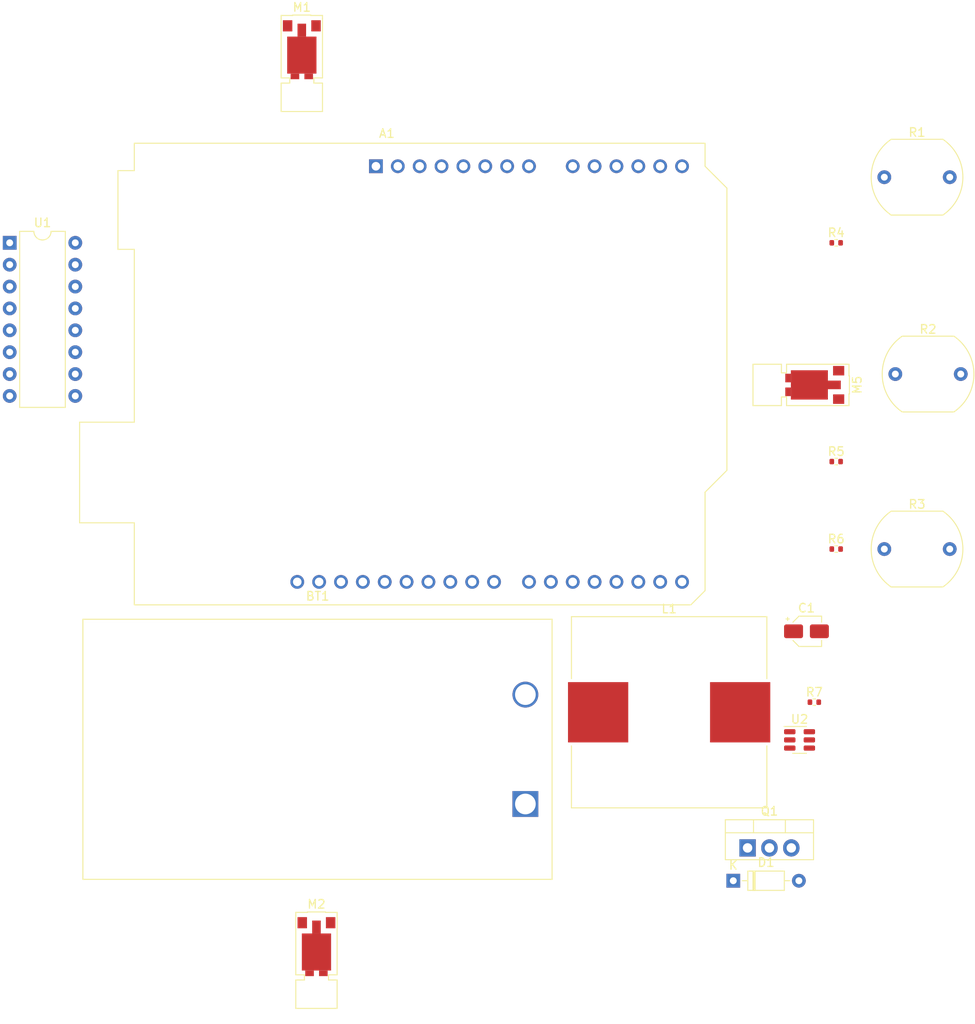
<source format=kicad_pcb>
(kicad_pcb (version 20221018) (generator pcbnew)
  (layers (0 "F.Cu" signal) (31 "B.Cu" signal) (34 "B.Paste" user) (35 "F.Paste" user) (36 "B.SilkS" user "B.Silkscreen") (37 "F.SilkS" user "F.Silkscreen") (38 "B.Mask" user) (39 "F.Mask" user) (44 "Edge.Cuts" user))
  (net 0 "")
  (net 5 "Net-(A1-+5V)")
  (net 6 "Net-(A1-GND-Pad6)")
  (net 7 "Net-(A1-GND-Pad7)")
  (net 8 "Net-(A1-VIN)")
  (net 17 "Net-(A1-D2)")
  (net 20 "Net-(A1-D5)")
  (net 22 "Net-(A1-D7)")
  (net 25 "Net-(A1-D10)")
  (net 26 "Net-(A1-D11)")
  (net 29 "Net-(M5--)")
  (net 33 "Net-(BT1-+)")
  (net 34 "GND")
  (net 35 "Net-(U1-VCC1)")
  (net 36 "Net-(D1-K)")
  (net 37 "Net-(M1-+)")
  (net 38 "Net-(M1--)")
  (net 39 "Net-(M2-+)")
  (net 40 "Net-(M2--)")
  (net 41 "Net-(Q1-G)")
  (net 42 "Net-(R1-Pad1)")
  (net 43 "Net-(R2-Pad1)")
  (net 44 "Net-(R3-Pad1)")
  (footprint "Diode_THT:D_DO-35_SOD27_P7.62mm_Horizontal" (layer "F.Cu") (at 162.795 117.25)
    (fp_text reference "D1" (at 3.81 -2.12) (layer "F.SilkS"))
    (fp_text value "1N914")
    (fp_text user "K" (at 0 -1.8) (layer "F.SilkS"))
    (fp_line (start 1.04 0) (end 1.69 0) (stroke (width 0.12)) (layer "F.SilkS"))
    (fp_line (start 1.69 -1.12) (end 1.69 1.12) (stroke (width 0.12)) (layer "F.SilkS"))
    (fp_line (start 1.69 1.12) (end 5.93 1.12) (stroke (width 0.12)) (layer "F.SilkS"))
    (fp_line (start 2.29 -1.12) (end 2.29 1.12) (stroke (width 0.12)) (layer "F.SilkS"))
    (fp_line (start 2.41 -1.12) (end 2.41 1.12) (stroke (width 0.12)) (layer "F.SilkS"))
    (fp_line (start 2.53 -1.12) (end 2.53 1.12) (stroke (width 0.12)) (layer "F.SilkS"))
    (fp_line (start 5.93 -1.12) (end 1.69 -1.12) (stroke (width 0.12)) (layer "F.SilkS"))
    (fp_line (start 5.93 1.12) (end 5.93 -1.12) (stroke (width 0.12)) (layer "F.SilkS"))
    (fp_line (start 6.58 0) (end 5.93 0) (stroke (width 0.12)) (layer "F.SilkS"))
    (pad "1" thru_hole rect (at 0 0) (size 1.6 1.6) (drill 0.8) (layers "*.Cu" "*.Mask") (net 36 "Net-(D1-K)"))
    (pad "2" thru_hole oval (at 7.62 0) (size 1.6 1.6) (drill 0.8) (layers "*.Cu" "*.Mask") (net 34 "GND"))
  )
  (footprint "Inductor_SMD:L_Wuerth_HCI-2212" (layer "F.Cu") (at 155.345 97.69)
    (fp_text reference "L1" (at 0 -12) (layer "F.SilkS"))
    (fp_text value "136.71875uH")
    (fp_line (start -11.35 -11.1) (end 11.35 -11.1) (stroke (width 0.12)) (layer "F.SilkS"))
    (fp_line (start -11.35 -3.9) (end -11.35 -11.1) (stroke (width 0.12)) (layer "F.SilkS"))
    (fp_line (start -11.35 3.9) (end -11.35 11.1) (stroke (width 0.12)) (layer "F.SilkS"))
    (fp_line (start -11.35 11.1) (end 11.35 11.1) (stroke (width 0.12)) (layer "F.SilkS"))
    (fp_line (start 11.35 -11.1) (end 11.35 -3.9) (stroke (width 0.12)) (layer "F.SilkS"))
    (fp_line (start 11.35 11.1) (end 11.35 3.9) (stroke (width 0.12)) (layer "F.SilkS"))
    (pad "1" smd rect (at -8.25 0) (size 7 7) (layers "F.Cu" "F.Paste" "F.Mask") (net 36 "Net-(D1-K)"))
    (pad "2" smd rect (at 8.25 0) (size 7 7) (layers "F.Cu" "F.Paste" "F.Mask") (net 35 "Net-(U1-VCC1)"))
  )
  (footprint "Package_TO_SOT_THT:TO-220-3_Vertical" (layer "F.Cu") (at 164.455 113.44)
    (fp_text reference "Q1" (at 2.54 -4.27) (layer "F.SilkS"))
    (fp_text value "NMOS")
    (fp_line (start -2.58 -3.27) (end -2.58 1.371) (stroke (width 0.12)) (layer "F.SilkS"))
    (fp_line (start -2.58 -3.27) (end 7.66 -3.27) (stroke (width 0.12)) (layer "F.SilkS"))
    (fp_line (start -2.58 -1.76) (end 7.66 -1.76) (stroke (width 0.12)) (layer "F.SilkS"))
    (fp_line (start -2.58 1.371) (end 7.66 1.371) (stroke (width 0.12)) (layer "F.SilkS"))
    (fp_line (start 0.69 -3.27) (end 0.69 -1.76) (stroke (width 0.12)) (layer "F.SilkS"))
    (fp_line (start 4.391 -3.27) (end 4.391 -1.76) (stroke (width 0.12)) (layer "F.SilkS"))
    (fp_line (start 7.66 -3.27) (end 7.66 1.371) (stroke (width 0.12)) (layer "F.SilkS"))
    (pad "1" thru_hole rect (at 0 0) (size 1.905 2) (drill 1.1) (layers "*.Cu" "*.Mask") (net 33 "Net-(BT1-+)"))
    (pad "2" thru_hole oval (at 2.54 0) (size 1.905 2) (drill 1.1) (layers "*.Cu" "*.Mask") (net 41 "Net-(Q1-G)"))
    (pad "3" thru_hole oval (at 5.08 0) (size 1.905 2) (drill 1.1) (layers "*.Cu" "*.Mask") (net 36 "Net-(D1-K)"))
  )
  (footprint "Capacitor_SMD:CP_Elec_3x5.4" (layer "F.Cu") (at 171.295 88.29)
    (fp_text reference "C1" (at 0 -2.7) (layer "F.SilkS"))
    (fp_text value "100uf")
    (fp_line (start -2.375 -1.435) (end -2 -1.435) (stroke (width 0.12)) (layer "F.SilkS"))
    (fp_line (start -2.1875 -1.6225) (end -2.1875 -1.2475) (stroke (width 0.12)) (layer "F.SilkS"))
    (fp_line (start -1.570563 -1.06) (end -0.870563 -1.76) (stroke (width 0.12)) (layer "F.SilkS"))
    (fp_line (start -1.570563 1.06) (end -0.870563 1.76) (stroke (width 0.12)) (layer "F.SilkS"))
    (fp_line (start -0.870563 -1.76) (end 1.76 -1.76) (stroke (width 0.12)) (layer "F.SilkS"))
    (fp_line (start -0.870563 1.76) (end 1.76 1.76) (stroke (width 0.12)) (layer "F.SilkS"))
    (fp_line (start 1.76 -1.76) (end 1.76 -1.06) (stroke (width 0.12)) (layer "F.SilkS"))
    (fp_line (start 1.76 1.76) (end 1.76 1.06) (stroke (width 0.12)) (layer "F.SilkS"))
    (pad "1" smd roundrect (at -1.5 0) (size 2.2 1.6) (layers "F.Cu" "F.Paste" "F.Mask") (roundrect_rratio 0.15625) (net 35 "Net-(U1-VCC1)"))
    (pad "2" smd roundrect (at 1.5 0) (size 2.2 1.6) (layers "F.Cu" "F.Paste" "F.Mask") (roundrect_rratio 0.15625) (net 34 "GND"))
  )
  (footprint "Motors:Vybronics_VZ30C1T8219732L" (layer "F.Cu") (at 112.675 22.335)
    (fp_text reference "M1" (at 0 -6.5) (layer "F.SilkS"))
    (fp_text value "Motor_DC")
    (fp_line (start -2.4 -5.55) (end -1.05 -5.55) (stroke (width 0.12)) (layer "F.SilkS"))
    (fp_line (start -2.4 -5.2) (end -2.4 -5.55) (stroke (width 0.12)) (layer "F.SilkS"))
    (fp_line (start -2.4 1.7) (end -2.4 -5.2) (stroke (width 0.12)) (layer "F.SilkS"))
    (fp_line (start -2.4 2.3) (end -1.4 2.3) (stroke (width 0.12)) (layer "F.SilkS"))
    (fp_line (start -2.4 5.6) (end -2.4 2.3) (stroke (width 0.12)) (layer "F.SilkS"))
    (fp_line (start -1.4 1.7) (end -2.4 1.7) (stroke (width 0.12)) (layer "F.SilkS"))
    (fp_line (start -1.4 2.3) (end -1.4 1.7) (stroke (width 0.12)) (layer "F.SilkS"))
    (fp_line (start -1.05 -5.6) (end 1.05 -5.6) (stroke (width 0.12)) (layer "F.SilkS"))
    (fp_line (start -1.05 -5.55) (end -1.05 -5.6) (stroke (width 0.12)) (layer "F.SilkS"))
    (fp_line (start 1.05 -5.6) (end 1.05 -5.55) (stroke (width 0.12)) (layer "F.SilkS"))
    (fp_line (start 1.05 -5.55) (end 2.4 -5.55) (stroke (width 0.12)) (layer "F.SilkS"))
    (fp_line (start 1.4 1.7) (end 1.4 2.3) (stroke (width 0.12)) (layer "F.SilkS"))
    (fp_line (start 1.4 2.3) (end 2.4 2.3) (stroke (width 0.12)) (layer "F.SilkS"))
    (fp_line (start 2.4 -5.55) (end 2.4 -5.2) (stroke (width 0.12)) (layer "F.SilkS"))
    (fp_line (start 2.4 -5.2) (end 2.4 1.7) (stroke (width 0.12)) (layer "F.SilkS"))
    (fp_line (start 2.4 1.7) (end 1.4 1.7) (stroke (width 0.12)) (layer "F.SilkS"))
    (fp_line (start 2.4 2.3) (end 2.4 5.6) (stroke (width 0.12)) (layer "F.SilkS"))
    (fp_line (start 2.4 5.6) (end -2.4 5.6) (stroke (width 0.12)) (layer "F.SilkS"))
    (pad "1" smd rect (at -1.65 -4.35 270) (size 1.3 1.1) (layers "F.Cu" "F.Paste" "F.Mask") (net 37 "Net-(M1-+)"))
    (pad "2" smd rect (at 1.65 -4.35 270) (size 1.3 1.1) (layers "F.Cu" "F.Paste" "F.Mask") (net 38 "Net-(M1--)"))
    (pad "SH" smd rect (at -0.8 1.525) (size 1 0.65) (layers "F.Cu" "F.Paste" "F.Mask"))
    (pad "SH" smd rect (at 0 -3.85 270) (size 1.5 1) (layers "F.Cu" "F.Paste" "F.Mask"))
    (pad "SH" smd rect (at 0 -0.95 270) (size 4.3 3.4) (layers "F.Cu" "F.Mask"))
    (pad "SH" smd rect (at 0.8 1.525) (size 1 0.65) (layers "F.Cu" "F.Paste" "F.Mask"))
  )
  (footprint "Resistor_SMD:R_0402_1005Metric" (layer "F.Cu") (at 174.75 78.74)
    (fp_text reference "R6" (at 0 -1.17) (layer "F.SilkS"))
    (fp_text value "1Kohm")
    (fp_line (start -0.153641 -0.38) (end 0.153641 -0.38) (stroke (width 0.12)) (layer "F.SilkS"))
    (fp_line (start -0.153641 0.38) (end 0.153641 0.38) (stroke (width 0.12)) (layer "F.SilkS"))
    (pad "1" smd roundrect (at -0.51 0) (size 0.54 0.64) (layers "F.Cu" "F.Paste" "F.Mask") (net 5 "Net-(A1-+5V)"))
    (pad "2" smd roundrect (at 0.51 0) (size 0.54 0.64) (layers "F.Cu" "F.Paste" "F.Mask") (net 44 "Net-(R3-Pad1)"))
  )
  (footprint "Package_TO_SOT_SMD:TSOT-23-6" (layer "F.Cu") (at 170.495 100.9)
    (fp_text reference "U2" (at 0 -2.4) (layer "F.SilkS"))
    (fp_text value "LTC6993xS6-1")
    (fp_line (start 0 -1.56) (end -1.8 -1.56) (stroke (width 0.12)) (layer "F.SilkS"))
    (fp_line (start 0 -1.56) (end 0.8 -1.56) (stroke (width 0.12)) (layer "F.SilkS"))
    (fp_line (start 0 1.56) (end -0.8 1.56) (stroke (width 0.12)) (layer "F.SilkS"))
    (fp_line (start 0 1.56) (end 0.8 1.56) (stroke (width 0.12)) (layer "F.SilkS"))
    (pad "1" smd roundrect (at -1.1375 -0.95) (size 1.325 0.6) (layers "F.Cu" "F.Paste" "F.Mask"))
    (pad "2" smd roundrect (at -1.1375 0) (size 1.325 0.6) (layers "F.Cu" "F.Paste" "F.Mask"))
    (pad "3" smd roundrect (at -1.1375 0.95) (size 1.325 0.6) (layers "F.Cu" "F.Paste" "F.Mask"))
    (pad "4" smd roundrect (at 1.1375 0.95) (size 1.325 0.6) (layers "F.Cu" "F.Paste" "F.Mask"))
    (pad "5" smd roundrect (at 1.1375 0) (size 1.325 0.6) (layers "F.Cu" "F.Paste" "F.Mask"))
    (pad "6" smd roundrect (at 1.1375 -0.95) (size 1.325 0.6) (layers "F.Cu" "F.Paste" "F.Mask") (net 41 "Net-(Q1-G)"))
  )
  (footprint "OptoDevice:R_LDR_10x8.5mm_P7.6mm_Vertical" (layer "F.Cu") (at 180.34 35.56)
    (fp_text reference "R1" (at 3.8 -5.2) (layer "F.SilkS"))
    (fp_text value "LDR03")
    (fp_line (start 0.8 -4.4) (end 6.8 -4.4) (stroke (width 0.12)) (layer "F.SilkS"))
    (fp_line (start 0.8 4.4) (end 6.8 4.4) (stroke (width 0.12)) (layer "F.SilkS"))
    (fp_arc (start 0.8 4.4) (mid -1.525374 0.019809) (end 0.76735 -4.37756) (stroke (width 0.12)) (layer "F.SilkS"))
    (fp_arc (start 6.8 -4.4) (mid 9.125374 -0.019809) (end 6.83265 4.37756) (stroke (width 0.12)) (layer "F.SilkS"))
    (pad "1" thru_hole circle (at 0 0) (size 1.6 1.6) (drill 0.8) (layers "*.Cu" "*.Mask") (net 42 "Net-(R1-Pad1)"))
    (pad "2" thru_hole circle (at 7.6 0) (size 1.6 1.6) (drill 0.8) (layers "*.Cu" "*.Mask") (net 7 "Net-(A1-GND-Pad7)"))
  )
  (footprint "Battery:BatteryHolder_Eagle_12BH611-GR" (layer "F.Cu") (at 138.645 108.34)
    (fp_text reference "BT1" (at -24.13 -24.13) (layer "F.SilkS"))
    (fp_text value "40V")
    (fp_line (start -51.4 -21.45) (end 3.1 -21.45) (stroke (width 0.12)) (layer "F.SilkS"))
    (fp_line (start -51.4 8.75) (end -51.4 -21.45) (stroke (width 0.12)) (layer "F.SilkS"))
    (fp_line (start 3.1 -21.45) (end 3.1 8.75) (stroke (width 0.12)) (layer "F.SilkS"))
    (fp_line (start 3.1 8.75) (end -51.4 8.75) (stroke (width 0.12)) (layer "F.SilkS"))
    (pad "" np_thru_hole circle (at -38.9 -17.45) (size 2.6 2.6) (drill 2.6) (layers "*.Cu" "*.Mask"))
    (pad "" np_thru_hole circle (at -24.15 4.75) (size 2.6 2.6) (drill 2.6) (layers "*.Cu" "*.Mask"))
    (pad "" np_thru_hole circle (at -10.9 -17.45) (size 2.6 2.6) (drill 2.6) (layers "*.Cu" "*.Mask"))
    (pad "1" thru_hole rect (at 0 0) (size 3 3) (drill 2.4) (layers "*.Cu" "*.Mask") (net 33 "Net-(BT1-+)"))
    (pad "2" thru_hole circle (at 0 -12.7) (size 3 3) (drill 2.4) (layers "*.Cu" "*.Mask") (net 34 "GND"))
  )
  (footprint "Motors:Vybronics_VZ30C1T8219732L" (layer "F.Cu") (at 114.375 126.475)
    (fp_text reference "M2" (at 0 -6.5) (layer "F.SilkS"))
    (fp_text value "Motor_DC")
    (fp_line (start -2.4 -5.55) (end -1.05 -5.55) (stroke (width 0.12)) (layer "F.SilkS"))
    (fp_line (start -2.4 -5.2) (end -2.4 -5.55) (stroke (width 0.12)) (layer "F.SilkS"))
    (fp_line (start -2.4 1.7) (end -2.4 -5.2) (stroke (width 0.12)) (layer "F.SilkS"))
    (fp_line (start -2.4 2.3) (end -1.4 2.3) (stroke (width 0.12)) (layer "F.SilkS"))
    (fp_line (start -2.4 5.6) (end -2.4 2.3) (stroke (width 0.12)) (layer "F.SilkS"))
    (fp_line (start -1.4 1.7) (end -2.4 1.7) (stroke (width 0.12)) (layer "F.SilkS"))
    (fp_line (start -1.4 2.3) (end -1.4 1.7) (stroke (width 0.12)) (layer "F.SilkS"))
    (fp_line (start -1.05 -5.6) (end 1.05 -5.6) (stroke (width 0.12)) (layer "F.SilkS"))
    (fp_line (start -1.05 -5.55) (end -1.05 -5.6) (stroke (width 0.12)) (layer "F.SilkS"))
    (fp_line (start 1.05 -5.6) (end 1.05 -5.55) (stroke (width 0.12)) (layer "F.SilkS"))
    (fp_line (start 1.05 -5.55) (end 2.4 -5.55) (stroke (width 0.12)) (layer "F.SilkS"))
    (fp_line (start 1.4 1.7) (end 1.4 2.3) (stroke (width 0.12)) (layer "F.SilkS"))
    (fp_line (start 1.4 2.3) (end 2.4 2.3) (stroke (width 0.12)) (layer "F.SilkS"))
    (fp_line (start 2.4 -5.55) (end 2.4 -5.2) (stroke (width 0.12)) (layer "F.SilkS"))
    (fp_line (start 2.4 -5.2) (end 2.4 1.7) (stroke (width 0.12)) (layer "F.SilkS"))
    (fp_line (start 2.4 1.7) (end 1.4 1.7) (stroke (width 0.12)) (layer "F.SilkS"))
    (fp_line (start 2.4 2.3) (end 2.4 5.6) (stroke (width 0.12)) (layer "F.SilkS"))
    (fp_line (start 2.4 5.6) (end -2.4 5.6) (stroke (width 0.12)) (layer "F.SilkS"))
    (pad "1" smd rect (at -1.65 -4.35 270) (size 1.3 1.1) (layers "F.Cu" "F.Paste" "F.Mask") (net 39 "Net-(M2-+)"))
    (pad "2" smd rect (at 1.65 -4.35 270) (size 1.3 1.1) (layers "F.Cu" "F.Paste" "F.Mask") (net 40 "Net-(M2--)"))
    (pad "SH" smd rect (at -0.8 1.525) (size 1 0.65) (layers "F.Cu" "F.Paste" "F.Mask"))
    (pad "SH" smd rect (at 0 -3.85 270) (size 1.5 1) (layers "F.Cu" "F.Paste" "F.Mask"))
    (pad "SH" smd rect (at 0 -0.95 270) (size 4.3 3.4) (layers "F.Cu" "F.Mask"))
    (pad "SH" smd rect (at 0.8 1.525) (size 1 0.65) (layers "F.Cu" "F.Paste" "F.Mask"))
  )
  (footprint "Resistor_SMD:R_0402_1005Metric" (layer "F.Cu") (at 174.75 43.18)
    (fp_text reference "R4" (at 0 -1.17) (layer "F.SilkS"))
    (fp_text value "1Kohm")
    (fp_line (start -0.153641 -0.38) (end 0.153641 -0.38) (stroke (width 0.12)) (layer "F.SilkS"))
    (fp_line (start -0.153641 0.38) (end 0.153641 0.38) (stroke (width 0.12)) (layer "F.SilkS"))
    (pad "1" smd roundrect (at -0.51 0) (size 0.54 0.64) (layers "F.Cu" "F.Paste" "F.Mask") (net 5 "Net-(A1-+5V)"))
    (pad "2" smd roundrect (at 0.51 0) (size 0.54 0.64) (layers "F.Cu" "F.Paste" "F.Mask") (net 42 "Net-(R1-Pad1)"))
  )
  (footprint "Module:Arduino_UNO_R3" (layer "F.Cu") (at 121.285 34.29)
    (fp_text reference "A1" (at 1.27 -3.81 180) (layer "F.SilkS"))
    (fp_text value "Arduino_UNO_R3")
    (fp_line (start -34.42 29.72) (end -34.42 41.4) (stroke (width 0.12)) (layer "F.SilkS"))
    (fp_line (start -34.42 41.4) (end -28.07 41.4) (stroke (width 0.12)) (layer "F.SilkS"))
    (fp_line (start -29.97 0.51) (end -29.97 9.65) (stroke (width 0.12)) (layer "F.SilkS"))
    (fp_line (start -29.97 9.65) (end -28.07 9.65) (stroke (width 0.12)) (layer "F.SilkS"))
    (fp_line (start -28.07 -2.67) (end -28.07 0.51) (stroke (width 0.12)) (layer "F.SilkS"))
    (fp_line (start -28.07 0.51) (end -29.97 0.51) (stroke (width 0.12)) (layer "F.SilkS"))
    (fp_line (start -28.07 9.65) (end -28.07 29.72) (stroke (width 0.12)) (layer "F.SilkS"))
    (fp_line (start -28.07 29.72) (end -34.42 29.72) (stroke (width 0.12)) (layer "F.SilkS"))
    (fp_line (start -28.07 41.4) (end -28.07 50.93) (stroke (width 0.12)) (layer "F.SilkS"))
    (fp_line (start -28.07 50.93) (end 36.58 50.93) (stroke (width 0.12)) (layer "F.SilkS"))
    (fp_line (start 36.58 50.93) (end 38.23 49.28) (stroke (width 0.12)) (layer "F.SilkS"))
    (fp_line (start 38.23 -2.67) (end -28.07 -2.67) (stroke (width 0.12)) (layer "F.SilkS"))
    (fp_line (start 38.23 0) (end 38.23 -2.67) (stroke (width 0.12)) (layer "F.SilkS"))
    (fp_line (start 38.23 37.85) (end 40.77 35.31) (stroke (width 0.12)) (layer "F.SilkS"))
    (fp_line (start 38.23 49.28) (end 38.23 37.85) (stroke (width 0.12)) (layer "F.SilkS"))
    (fp_line (start 40.77 2.54) (end 38.23 0) (stroke (width 0.12)) (layer "F.SilkS"))
    (fp_line (start 40.77 35.31) (end 40.77 2.54) (stroke (width 0.12)) (layer "F.SilkS"))
    (pad "1" thru_hole rect (at 0 0 90) (size 1.6 1.6) (drill 1) (layers "*.Cu" "*.Mask"))
    (pad "2" thru_hole oval (at 2.54 0 90) (size 1.6 1.6) (drill 1) (layers "*.Cu" "*.Mask"))
    (pad "3" thru_hole oval (at 5.08 0 90) (size 1.6 1.6) (drill 1) (layers "*.Cu" "*.Mask"))
    (pad "4" thru_hole oval (at 7.62 0 90) (size 1.6 1.6) (drill 1) (layers "*.Cu" "*.Mask"))
    (pad "5" thru_hole oval (at 10.16 0 90) (size 1.6 1.6) (drill 1) (layers "*.Cu" "*.Mask") (net 5 "Net-(A1-+5V)"))
    (pad "6" thru_hole oval (at 12.7 0 90) (size 1.6 1.6) (drill 1) (layers "*.Cu" "*.Mask") (net 6 "Net-(A1-GND-Pad6)"))
    (pad "7" thru_hole oval (at 15.24 0 90) (size 1.6 1.6) (drill 1) (layers "*.Cu" "*.Mask") (net 7 "Net-(A1-GND-Pad7)"))
    (pad "8" thru_hole oval (at 17.78 0 90) (size 1.6 1.6) (drill 1) (layers "*.Cu" "*.Mask") (net 8 "Net-(A1-VIN)"))
    (pad "9" thru_hole oval (at 22.86 0 90) (size 1.6 1.6) (drill 1) (layers "*.Cu" "*.Mask"))
    (pad "10" thru_hole oval (at 25.4 0 90) (size 1.6 1.6) (drill 1) (layers "*.Cu" "*.Mask"))
    (pad "11" thru_hole oval (at 27.94 0 90) (size 1.6 1.6) (drill 1) (layers "*.Cu" "*.Mask"))
    (pad "12" thru_hole oval (at 30.48 0 90) (size 1.6 1.6) (drill 1) (layers "*.Cu" "*.Mask"))
    (pad "13" thru_hole oval (at 33.02 0 90) (size 1.6 1.6) (drill 1) (layers "*.Cu" "*.Mask"))
    (pad "14" thru_hole oval (at 35.56 0 90) (size 1.6 1.6) (drill 1) (layers "*.Cu" "*.Mask"))
    (pad "15" thru_hole oval (at 35.56 48.26 90) (size 1.6 1.6) (drill 1) (layers "*.Cu" "*.Mask"))
    (pad "16" thru_hole oval (at 33.02 48.26 90) (size 1.6 1.6) (drill 1) (layers "*.Cu" "*.Mask"))
    (pad "17" thru_hole oval (at 30.48 48.26 90) (size 1.6 1.6) (drill 1) (layers "*.Cu" "*.Mask") (net 17 "Net-(A1-D2)"))
    (pad "18" thru_hole oval (at 27.94 48.26 90) (size 1.6 1.6) (drill 1) (layers "*.Cu" "*.Mask"))
    (pad "19" thru_hole oval (at 25.4 48.26 90) (size 1.6 1.6) (drill 1) (layers "*.Cu" "*.Mask"))
    (pad "20" thru_hole oval (at 22.86 48.26 90) (size 1.6 1.6) (drill 1) (layers "*.Cu" "*.Mask") (net 20 "Net-(A1-D5)"))
    (pad "21" thru_hole oval (at 20.32 48.26 90) (size 1.6 1.6) (drill 1) (layers "*.Cu" "*.Mask"))
    (pad "22" thru_hole oval (at 17.78 48.26 90) (size 1.6 1.6) (drill 1) (layers "*.Cu" "*.Mask") (net 22 "Net-(A1-D7)"))
    (pad "23" thru_hole oval (at 13.72 48.26 90) (size 1.6 1.6) (drill 1) (layers "*.Cu" "*.Mask"))
    (pad "24" thru_hole oval (at 11.18 48.26 90) (size 1.6 1.6) (drill 1) (layers "*.Cu" "*.Mask"))
    (pad "25" thru_hole oval (at 8.64 48.26 90) (size 1.6 1.6) (drill 1) (layers "*.Cu" "*.Mask") (net 25 "Net-(A1-D10)"))
    (pad "26" thru_hole oval (at 6.1 48.26 90) (size 1.6 1.6) (drill 1) (layers "*.Cu" "*.Mask") (net 26 "Net-(A1-D11)"))
    (pad "27" thru_hole oval (at 3.56 48.26 90) (size 1.6 1.6) (drill 1) (layers "*.Cu" "*.Mask"))
    (pad "28" thru_hole oval (at 1.02 48.26 90) (size 1.6 1.6) (drill 1) (layers "*.Cu" "*.Mask"))
    (pad "29" thru_hole oval (at -1.52 48.26 90) (size 1.6 1.6) (drill 1) (layers "*.Cu" "*.Mask") (net 29 "Net-(M5--)"))
    (pad "30" thru_hole oval (at -4.06 48.26 90) (size 1.6 1.6) (drill 1) (layers "*.Cu" "*.Mask"))
    (pad "31" thru_hole oval (at -6.6 48.26 90) (size 1.6 1.6) (drill 1) (layers "*.Cu" "*.Mask"))
    (pad "32" thru_hole oval (at -9.14 48.26 90) (size 1.6 1.6) (drill 1) (layers "*.Cu" "*.Mask"))
  )
  (footprint "Resistor_SMD:R_0402_1005Metric" (layer "F.Cu") (at 174.75 68.58)
    (fp_text reference "R5" (at 0 -1.17) (layer "F.SilkS"))
    (fp_text value "1Kohm")
    (fp_line (start -0.153641 -0.38) (end 0.153641 -0.38) (stroke (width 0.12)) (layer "F.SilkS"))
    (fp_line (start -0.153641 0.38) (end 0.153641 0.38) (stroke (width 0.12)) (layer "F.SilkS"))
    (pad "1" smd roundrect (at -0.51 0) (size 0.54 0.64) (layers "F.Cu" "F.Paste" "F.Mask") (net 5 "Net-(A1-+5V)"))
    (pad "2" smd roundrect (at 0.51 0) (size 0.54 0.64) (layers "F.Cu" "F.Paste" "F.Mask") (net 43 "Net-(R2-Pad1)"))
  )
  (footprint "Motors:Vybronics_VZ30C1T8219732L" (layer "F.Cu") (at 170.685 59.68 -90)
    (fp_text reference "M5" (at 0 -6.5 90) (layer "F.SilkS"))
    (fp_text value "Motor_Servo")
    (fp_line (start -2.4 -5.55) (end -1.05 -5.55) (stroke (width 0.12)) (layer "F.SilkS"))
    (fp_line (start -2.4 -5.2) (end -2.4 -5.55) (stroke (width 0.12)) (layer "F.SilkS"))
    (fp_line (start -2.4 1.7) (end -2.4 -5.2) (stroke (width 0.12)) (layer "F.SilkS"))
    (fp_line (start -2.4 2.3) (end -1.4 2.3) (stroke (width 0.12)) (layer "F.SilkS"))
    (fp_line (start -2.4 5.6) (end -2.4 2.3) (stroke (width 0.12)) (layer "F.SilkS"))
    (fp_line (start -1.4 1.7) (end -2.4 1.7) (stroke (width 0.12)) (layer "F.SilkS"))
    (fp_line (start -1.4 2.3) (end -1.4 1.7) (stroke (width 0.12)) (layer "F.SilkS"))
    (fp_line (start -1.05 -5.6) (end 1.05 -5.6) (stroke (width 0.12)) (layer "F.SilkS"))
    (fp_line (start -1.05 -5.55) (end -1.05 -5.6) (stroke (width 0.12)) (layer "F.SilkS"))
    (fp_line (start 1.05 -5.6) (end 1.05 -5.55) (stroke (width 0.12)) (layer "F.SilkS"))
    (fp_line (start 1.05 -5.55) (end 2.4 -5.55) (stroke (width 0.12)) (layer "F.SilkS"))
    (fp_line (start 1.4 1.7) (end 1.4 2.3) (stroke (width 0.12)) (layer "F.SilkS"))
    (fp_line (start 1.4 2.3) (end 2.4 2.3) (stroke (width 0.12)) (layer "F.SilkS"))
    (fp_line (start 2.4 -5.55) (end 2.4 -5.2) (stroke (width 0.12)) (layer "F.SilkS"))
    (fp_line (start 2.4 -5.2) (end 2.4 1.7) (stroke (width 0.12)) (layer "F.SilkS"))
    (fp_line (start 2.4 1.7) (end 1.4 1.7) (stroke (width 0.12)) (layer "F.SilkS"))
    (fp_line (start 2.4 2.3) (end 2.4 5.6) (stroke (width 0.12)) (layer "F.SilkS"))
    (fp_line (start 2.4 5.6) (end -2.4 5.6) (stroke (width 0.12)) (layer "F.SilkS"))
    (pad "1" smd rect (at -1.65 -4.35 180) (size 1.3 1.1) (layers "F.Cu" "F.Paste" "F.Mask") (net 20 "Net-(A1-D5)"))
    (pad "2" smd rect (at 1.65 -4.35 180) (size 1.3 1.1) (layers "F.Cu" "F.Paste" "F.Mask") (net 5 "Net-(A1-+5V)"))
    (pad "SH" smd rect (at -0.8 1.525 270) (size 1 0.65) (layers "F.Cu" "F.Paste" "F.Mask"))
    (pad "SH" smd rect (at 0 -3.85 180) (size 1.5 1) (layers "F.Cu" "F.Paste" "F.Mask"))
    (pad "SH" smd rect (at 0 -0.95 180) (size 4.3 3.4) (layers "F.Cu" "F.Mask"))
    (pad "SH" smd rect (at 0.8 1.525 270) (size 1 0.65) (layers "F.Cu" "F.Paste" "F.Mask"))
  )
  (footprint "OptoDevice:R_LDR_10x8.5mm_P7.6mm_Vertical" (layer "F.Cu") (at 180.34 78.74)
    (fp_text reference "R3" (at 3.8 -5.2) (layer "F.SilkS"))
    (fp_text value "LDR03")
    (fp_line (start 0.8 -4.4) (end 6.8 -4.4) (stroke (width 0.12)) (layer "F.SilkS"))
    (fp_line (start 0.8 4.4) (end 6.8 4.4) (stroke (width 0.12)) (layer "F.SilkS"))
    (fp_arc (start 0.8 4.4) (mid -1.525374 0.019809) (end 0.76735 -4.37756) (stroke (width 0.12)) (layer "F.SilkS"))
    (fp_arc (start 6.8 -4.4) (mid 9.125374 -0.019809) (end 6.83265 4.37756) (stroke (width 0.12)) (layer "F.SilkS"))
    (pad "1" thru_hole circle (at 0 0) (size 1.6 1.6) (drill 0.8) (layers "*.Cu" "*.Mask") (net 44 "Net-(R3-Pad1)"))
    (pad "2" thru_hole circle (at 7.6 0) (size 1.6 1.6) (drill 0.8) (layers "*.Cu" "*.Mask") (net 7 "Net-(A1-GND-Pad7)"))
  )
  (footprint "Package_DIP:DIP-16_W7.62mm" (layer "F.Cu") (at 78.74 43.18)
    (fp_text reference "U1" (at 3.81 -2.33) (layer "F.SilkS"))
    (fp_text value "L293D")
    (fp_line (start 1.16 -1.33) (end 1.16 19.11) (stroke (width 0.12)) (layer "F.SilkS"))
    (fp_line (start 1.16 19.11) (end 6.46 19.11) (stroke (width 0.12)) (layer "F.SilkS"))
    (fp_line (start 2.81 -1.33) (end 1.16 -1.33) (stroke (width 0.12)) (layer "F.SilkS"))
    (fp_line (start 6.46 -1.33) (end 4.81 -1.33) (stroke (width 0.12)) (layer "F.SilkS"))
    (fp_line (start 6.46 19.11) (end 6.46 -1.33) (stroke (width 0.12)) (layer "F.SilkS"))
    (fp_arc (start 4.81 -1.33) (mid 3.81 -0.33) (end 2.81 -1.33) (stroke (width 0.12)) (layer "F.SilkS"))
    (pad "1" thru_hole rect (at 0 0) (size 1.6 1.6) (drill 0.8) (layers "*.Cu" "*.Mask") (net 26 "Net-(A1-D11)"))
    (pad "2" thru_hole oval (at 0 2.54) (size 1.6 1.6) (drill 0.8) (layers "*.Cu" "*.Mask") (net 17 "Net-(A1-D2)"))
    (pad "3" thru_hole oval (at 0 5.08) (size 1.6 1.6) (drill 0.8) (layers "*.Cu" "*.Mask") (net 39 "Net-(M2-+)"))
    (pad "4" thru_hole oval (at 0 7.62) (size 1.6 1.6) (drill 0.8) (layers "*.Cu" "*.Mask"))
    (pad "5" thru_hole oval (at 0 10.16) (size 1.6 1.6) (drill 0.8) (layers "*.Cu" "*.Mask") (net 6 "Net-(A1-GND-Pad6)"))
    (pad "6" thru_hole oval (at 0 12.7) (size 1.6 1.6) (drill 0.8) (layers "*.Cu" "*.Mask") (net 40 "Net-(M2--)"))
    (pad "7" thru_hole oval (at 0 15.24) (size 1.6 1.6) (drill 0.8) (layers "*.Cu" "*.Mask"))
    (pad "8" thru_hole oval (at 0 17.78) (size 1.6 1.6) (drill 0.8) (layers "*.Cu" "*.Mask") (net 8 "Net-(A1-VIN)"))
    (pad "9" thru_hole oval (at 7.62 17.78) (size 1.6 1.6) (drill 0.8) (layers "*.Cu" "*.Mask") (net 25 "Net-(A1-D10)"))
    (pad "10" thru_hole oval (at 7.62 15.24) (size 1.6 1.6) (drill 0.8) (layers "*.Cu" "*.Mask") (net 22 "Net-(A1-D7)"))
    (pad "11" thru_hole oval (at 7.62 12.7) (size 1.6 1.6) (drill 0.8) (layers "*.Cu" "*.Mask") (net 37 "Net-(M1-+)"))
    (pad "12" thru_hole oval (at 7.62 10.16) (size 1.6 1.6) (drill 0.8) (layers "*.Cu" "*.Mask") (net 34 "GND"))
    (pad "13" thru_hole oval (at 7.62 7.62) (size 1.6 1.6) (drill 0.8) (layers "*.Cu" "*.Mask") (net 34 "GND"))
    (pad "14" thru_hole oval (at 7.62 5.08) (size 1.6 1.6) (drill 0.8) (layers "*.Cu" "*.Mask") (net 38 "Net-(M1--)"))
    (pad "15" thru_hole oval (at 7.62 2.54) (size 1.6 1.6) (drill 0.8) (layers "*.Cu" "*.Mask"))
    (pad "16" thru_hole oval (at 7.62 0) (size 1.6 1.6) (drill 0.8) (layers "*.Cu" "*.Mask") (net 35 "Net-(U1-VCC1)"))
  )
  (footprint "Resistor_SMD:R_0402_1005Metric" (layer "F.Cu") (at 172.21 96.52)
    (fp_text reference "R7" (at 0 -1.17) (layer "F.SilkS"))
    (fp_text value "10ohm")
    (fp_line (start -0.153641 -0.38) (end 0.153641 -0.38) (stroke (width 0.12)) (layer "F.SilkS"))
    (fp_line (start -0.153641 0.38) (end 0.153641 0.38) (stroke (width 0.12)) (layer "F.SilkS"))
    (pad "1" smd roundrect (at -0.51 0) (size 0.54 0.64) (layers "F.Cu" "F.Paste" "F.Mask") (net 35 "Net-(U1-VCC1)"))
    (pad "2" smd roundrect (at 0.51 0) (size 0.54 0.64) (layers "F.Cu" "F.Paste" "F.Mask") (net 34 "GND"))
  )
  (footprint "OptoDevice:R_LDR_10x8.5mm_P7.6mm_Vertical" (layer "F.Cu") (at 181.62 58.42)
    (fp_text reference "R2" (at 3.8 -5.2) (layer "F.SilkS"))
    (fp_text value "LDR03")
    (fp_line (start 0.8 -4.4) (end 6.8 -4.4) (stroke (width 0.12)) (layer "F.SilkS"))
    (fp_line (start 0.8 4.4) (end 6.8 4.4) (stroke (width 0.12)) (layer "F.SilkS"))
    (fp_arc (start 0.8 4.4) (mid -1.525374 0.019809) (end 0.76735 -4.37756) (stroke (width 0.12)) (layer "F.SilkS"))
    (fp_arc (start 6.8 -4.4) (mid 9.125374 -0.019809) (end 6.83265 4.37756) (stroke (width 0.12)) (layer "F.SilkS"))
    (pad "1" thru_hole circle (at 0 0) (size 1.6 1.6) (drill 0.8) (layers "*.Cu" "*.Mask") (net 43 "Net-(R2-Pad1)"))
    (pad "2" thru_hole circle (at 7.6 0) (size 1.6 1.6) (drill 0.8) (layers "*.Cu" "*.Mask") (net 7 "Net-(A1-GND-Pad7)"))
  )
)
</source>
